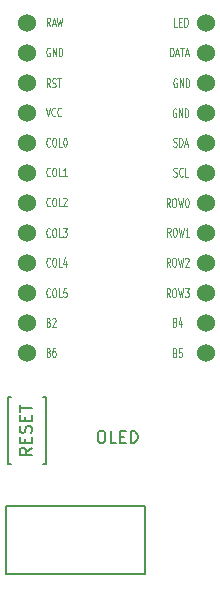
<source format=gto>
G04 #@! TF.GenerationSoftware,KiCad,Pcbnew,(7.0.0-0)*
G04 #@! TF.CreationDate,2023-04-28T12:14:34+03:00*
G04 #@! TF.ProjectId,chococorne,63686f63-6f63-46f7-926e-652e6b696361,2.1*
G04 #@! TF.SameCoordinates,Original*
G04 #@! TF.FileFunction,Legend,Top*
G04 #@! TF.FilePolarity,Positive*
%FSLAX46Y46*%
G04 Gerber Fmt 4.6, Leading zero omitted, Abs format (unit mm)*
G04 Created by KiCad (PCBNEW (7.0.0-0)) date 2023-04-28 12:14:34*
%MOMM*%
%LPD*%
G01*
G04 APERTURE LIST*
%ADD10C,0.150000*%
%ADD11C,0.125000*%
%ADD12C,1.524000*%
G04 APERTURE END LIST*
D10*
X151059880Y-96912381D02*
X150583690Y-97245714D01*
X151059880Y-97483809D02*
X150059880Y-97483809D01*
X150059880Y-97483809D02*
X150059880Y-97102857D01*
X150059880Y-97102857D02*
X150107500Y-97007619D01*
X150107500Y-97007619D02*
X150155119Y-96960000D01*
X150155119Y-96960000D02*
X150250357Y-96912381D01*
X150250357Y-96912381D02*
X150393214Y-96912381D01*
X150393214Y-96912381D02*
X150488452Y-96960000D01*
X150488452Y-96960000D02*
X150536071Y-97007619D01*
X150536071Y-97007619D02*
X150583690Y-97102857D01*
X150583690Y-97102857D02*
X150583690Y-97483809D01*
X150536071Y-96483809D02*
X150536071Y-96150476D01*
X151059880Y-96007619D02*
X151059880Y-96483809D01*
X151059880Y-96483809D02*
X150059880Y-96483809D01*
X150059880Y-96483809D02*
X150059880Y-96007619D01*
X151012261Y-95626666D02*
X151059880Y-95483809D01*
X151059880Y-95483809D02*
X151059880Y-95245714D01*
X151059880Y-95245714D02*
X151012261Y-95150476D01*
X151012261Y-95150476D02*
X150964642Y-95102857D01*
X150964642Y-95102857D02*
X150869404Y-95055238D01*
X150869404Y-95055238D02*
X150774166Y-95055238D01*
X150774166Y-95055238D02*
X150678928Y-95102857D01*
X150678928Y-95102857D02*
X150631309Y-95150476D01*
X150631309Y-95150476D02*
X150583690Y-95245714D01*
X150583690Y-95245714D02*
X150536071Y-95436190D01*
X150536071Y-95436190D02*
X150488452Y-95531428D01*
X150488452Y-95531428D02*
X150440833Y-95579047D01*
X150440833Y-95579047D02*
X150345595Y-95626666D01*
X150345595Y-95626666D02*
X150250357Y-95626666D01*
X150250357Y-95626666D02*
X150155119Y-95579047D01*
X150155119Y-95579047D02*
X150107500Y-95531428D01*
X150107500Y-95531428D02*
X150059880Y-95436190D01*
X150059880Y-95436190D02*
X150059880Y-95198095D01*
X150059880Y-95198095D02*
X150107500Y-95055238D01*
X150536071Y-94626666D02*
X150536071Y-94293333D01*
X151059880Y-94150476D02*
X151059880Y-94626666D01*
X151059880Y-94626666D02*
X150059880Y-94626666D01*
X150059880Y-94626666D02*
X150059880Y-94150476D01*
X150059880Y-93864761D02*
X150059880Y-93293333D01*
X151059880Y-93579047D02*
X150059880Y-93579047D01*
X156895119Y-95477380D02*
X157085595Y-95477380D01*
X157085595Y-95477380D02*
X157180833Y-95525000D01*
X157180833Y-95525000D02*
X157276071Y-95620238D01*
X157276071Y-95620238D02*
X157323690Y-95810714D01*
X157323690Y-95810714D02*
X157323690Y-96144047D01*
X157323690Y-96144047D02*
X157276071Y-96334523D01*
X157276071Y-96334523D02*
X157180833Y-96429761D01*
X157180833Y-96429761D02*
X157085595Y-96477380D01*
X157085595Y-96477380D02*
X156895119Y-96477380D01*
X156895119Y-96477380D02*
X156799881Y-96429761D01*
X156799881Y-96429761D02*
X156704643Y-96334523D01*
X156704643Y-96334523D02*
X156657024Y-96144047D01*
X156657024Y-96144047D02*
X156657024Y-95810714D01*
X156657024Y-95810714D02*
X156704643Y-95620238D01*
X156704643Y-95620238D02*
X156799881Y-95525000D01*
X156799881Y-95525000D02*
X156895119Y-95477380D01*
X158228452Y-96477380D02*
X157752262Y-96477380D01*
X157752262Y-96477380D02*
X157752262Y-95477380D01*
X158561786Y-95953571D02*
X158895119Y-95953571D01*
X159037976Y-96477380D02*
X158561786Y-96477380D01*
X158561786Y-96477380D02*
X158561786Y-95477380D01*
X158561786Y-95477380D02*
X159037976Y-95477380D01*
X159466548Y-96477380D02*
X159466548Y-95477380D01*
X159466548Y-95477380D02*
X159704643Y-95477380D01*
X159704643Y-95477380D02*
X159847500Y-95525000D01*
X159847500Y-95525000D02*
X159942738Y-95620238D01*
X159942738Y-95620238D02*
X159990357Y-95715476D01*
X159990357Y-95715476D02*
X160037976Y-95905952D01*
X160037976Y-95905952D02*
X160037976Y-96048809D01*
X160037976Y-96048809D02*
X159990357Y-96239285D01*
X159990357Y-96239285D02*
X159942738Y-96334523D01*
X159942738Y-96334523D02*
X159847500Y-96429761D01*
X159847500Y-96429761D02*
X159704643Y-96477380D01*
X159704643Y-96477380D02*
X159466548Y-96477380D01*
D11*
X163210119Y-86244678D02*
X163281547Y-86280392D01*
X163281547Y-86280392D02*
X163305357Y-86316107D01*
X163305357Y-86316107D02*
X163329166Y-86387535D01*
X163329166Y-86387535D02*
X163329166Y-86494678D01*
X163329166Y-86494678D02*
X163305357Y-86566107D01*
X163305357Y-86566107D02*
X163281547Y-86601821D01*
X163281547Y-86601821D02*
X163233928Y-86637535D01*
X163233928Y-86637535D02*
X163043452Y-86637535D01*
X163043452Y-86637535D02*
X163043452Y-85887535D01*
X163043452Y-85887535D02*
X163210119Y-85887535D01*
X163210119Y-85887535D02*
X163257738Y-85923250D01*
X163257738Y-85923250D02*
X163281547Y-85958964D01*
X163281547Y-85958964D02*
X163305357Y-86030392D01*
X163305357Y-86030392D02*
X163305357Y-86101821D01*
X163305357Y-86101821D02*
X163281547Y-86173250D01*
X163281547Y-86173250D02*
X163257738Y-86208964D01*
X163257738Y-86208964D02*
X163210119Y-86244678D01*
X163210119Y-86244678D02*
X163043452Y-86244678D01*
X163757738Y-86137535D02*
X163757738Y-86637535D01*
X163638690Y-85851821D02*
X163519643Y-86387535D01*
X163519643Y-86387535D02*
X163829166Y-86387535D01*
X163356047Y-65666750D02*
X163308428Y-65631035D01*
X163308428Y-65631035D02*
X163236999Y-65631035D01*
X163236999Y-65631035D02*
X163165571Y-65666750D01*
X163165571Y-65666750D02*
X163117952Y-65738178D01*
X163117952Y-65738178D02*
X163094142Y-65809607D01*
X163094142Y-65809607D02*
X163070333Y-65952464D01*
X163070333Y-65952464D02*
X163070333Y-66059607D01*
X163070333Y-66059607D02*
X163094142Y-66202464D01*
X163094142Y-66202464D02*
X163117952Y-66273892D01*
X163117952Y-66273892D02*
X163165571Y-66345321D01*
X163165571Y-66345321D02*
X163236999Y-66381035D01*
X163236999Y-66381035D02*
X163284618Y-66381035D01*
X163284618Y-66381035D02*
X163356047Y-66345321D01*
X163356047Y-66345321D02*
X163379856Y-66309607D01*
X163379856Y-66309607D02*
X163379856Y-66059607D01*
X163379856Y-66059607D02*
X163284618Y-66059607D01*
X163594142Y-66381035D02*
X163594142Y-65631035D01*
X163594142Y-65631035D02*
X163879856Y-66381035D01*
X163879856Y-66381035D02*
X163879856Y-65631035D01*
X164117952Y-66381035D02*
X164117952Y-65631035D01*
X164117952Y-65631035D02*
X164237000Y-65631035D01*
X164237000Y-65631035D02*
X164308428Y-65666750D01*
X164308428Y-65666750D02*
X164356047Y-65738178D01*
X164356047Y-65738178D02*
X164379857Y-65809607D01*
X164379857Y-65809607D02*
X164403666Y-65952464D01*
X164403666Y-65952464D02*
X164403666Y-66059607D01*
X164403666Y-66059607D02*
X164379857Y-66202464D01*
X164379857Y-66202464D02*
X164356047Y-66273892D01*
X164356047Y-66273892D02*
X164308428Y-66345321D01*
X164308428Y-66345321D02*
X164237000Y-66381035D01*
X164237000Y-66381035D02*
X164117952Y-66381035D01*
X152603452Y-63061250D02*
X152555833Y-63025535D01*
X152555833Y-63025535D02*
X152484404Y-63025535D01*
X152484404Y-63025535D02*
X152412976Y-63061250D01*
X152412976Y-63061250D02*
X152365357Y-63132678D01*
X152365357Y-63132678D02*
X152341547Y-63204107D01*
X152341547Y-63204107D02*
X152317738Y-63346964D01*
X152317738Y-63346964D02*
X152317738Y-63454107D01*
X152317738Y-63454107D02*
X152341547Y-63596964D01*
X152341547Y-63596964D02*
X152365357Y-63668392D01*
X152365357Y-63668392D02*
X152412976Y-63739821D01*
X152412976Y-63739821D02*
X152484404Y-63775535D01*
X152484404Y-63775535D02*
X152532023Y-63775535D01*
X152532023Y-63775535D02*
X152603452Y-63739821D01*
X152603452Y-63739821D02*
X152627261Y-63704107D01*
X152627261Y-63704107D02*
X152627261Y-63454107D01*
X152627261Y-63454107D02*
X152532023Y-63454107D01*
X152841547Y-63775535D02*
X152841547Y-63025535D01*
X152841547Y-63025535D02*
X153127261Y-63775535D01*
X153127261Y-63775535D02*
X153127261Y-63025535D01*
X153365357Y-63775535D02*
X153365357Y-63025535D01*
X153365357Y-63025535D02*
X153484405Y-63025535D01*
X153484405Y-63025535D02*
X153555833Y-63061250D01*
X153555833Y-63061250D02*
X153603452Y-63132678D01*
X153603452Y-63132678D02*
X153627262Y-63204107D01*
X153627262Y-63204107D02*
X153651071Y-63346964D01*
X153651071Y-63346964D02*
X153651071Y-63454107D01*
X153651071Y-63454107D02*
X153627262Y-63596964D01*
X153627262Y-63596964D02*
X153603452Y-63668392D01*
X153603452Y-63668392D02*
X153555833Y-63739821D01*
X153555833Y-63739821D02*
X153484405Y-63775535D01*
X153484405Y-63775535D02*
X153365357Y-63775535D01*
X163210119Y-88848178D02*
X163281547Y-88883892D01*
X163281547Y-88883892D02*
X163305357Y-88919607D01*
X163305357Y-88919607D02*
X163329166Y-88991035D01*
X163329166Y-88991035D02*
X163329166Y-89098178D01*
X163329166Y-89098178D02*
X163305357Y-89169607D01*
X163305357Y-89169607D02*
X163281547Y-89205321D01*
X163281547Y-89205321D02*
X163233928Y-89241035D01*
X163233928Y-89241035D02*
X163043452Y-89241035D01*
X163043452Y-89241035D02*
X163043452Y-88491035D01*
X163043452Y-88491035D02*
X163210119Y-88491035D01*
X163210119Y-88491035D02*
X163257738Y-88526750D01*
X163257738Y-88526750D02*
X163281547Y-88562464D01*
X163281547Y-88562464D02*
X163305357Y-88633892D01*
X163305357Y-88633892D02*
X163305357Y-88705321D01*
X163305357Y-88705321D02*
X163281547Y-88776750D01*
X163281547Y-88776750D02*
X163257738Y-88812464D01*
X163257738Y-88812464D02*
X163210119Y-88848178D01*
X163210119Y-88848178D02*
X163043452Y-88848178D01*
X163781547Y-88491035D02*
X163543452Y-88491035D01*
X163543452Y-88491035D02*
X163519643Y-88848178D01*
X163519643Y-88848178D02*
X163543452Y-88812464D01*
X163543452Y-88812464D02*
X163591071Y-88776750D01*
X163591071Y-88776750D02*
X163710119Y-88776750D01*
X163710119Y-88776750D02*
X163757738Y-88812464D01*
X163757738Y-88812464D02*
X163781547Y-88848178D01*
X163781547Y-88848178D02*
X163805357Y-88919607D01*
X163805357Y-88919607D02*
X163805357Y-89098178D01*
X163805357Y-89098178D02*
X163781547Y-89169607D01*
X163781547Y-89169607D02*
X163757738Y-89205321D01*
X163757738Y-89205321D02*
X163710119Y-89241035D01*
X163710119Y-89241035D02*
X163591071Y-89241035D01*
X163591071Y-89241035D02*
X163543452Y-89205321D01*
X163543452Y-89205321D02*
X163519643Y-89169607D01*
X152627261Y-76404107D02*
X152603452Y-76439821D01*
X152603452Y-76439821D02*
X152532023Y-76475535D01*
X152532023Y-76475535D02*
X152484404Y-76475535D01*
X152484404Y-76475535D02*
X152412976Y-76439821D01*
X152412976Y-76439821D02*
X152365357Y-76368392D01*
X152365357Y-76368392D02*
X152341547Y-76296964D01*
X152341547Y-76296964D02*
X152317738Y-76154107D01*
X152317738Y-76154107D02*
X152317738Y-76046964D01*
X152317738Y-76046964D02*
X152341547Y-75904107D01*
X152341547Y-75904107D02*
X152365357Y-75832678D01*
X152365357Y-75832678D02*
X152412976Y-75761250D01*
X152412976Y-75761250D02*
X152484404Y-75725535D01*
X152484404Y-75725535D02*
X152532023Y-75725535D01*
X152532023Y-75725535D02*
X152603452Y-75761250D01*
X152603452Y-75761250D02*
X152627261Y-75796964D01*
X152936785Y-75725535D02*
X153032023Y-75725535D01*
X153032023Y-75725535D02*
X153079642Y-75761250D01*
X153079642Y-75761250D02*
X153127261Y-75832678D01*
X153127261Y-75832678D02*
X153151071Y-75975535D01*
X153151071Y-75975535D02*
X153151071Y-76225535D01*
X153151071Y-76225535D02*
X153127261Y-76368392D01*
X153127261Y-76368392D02*
X153079642Y-76439821D01*
X153079642Y-76439821D02*
X153032023Y-76475535D01*
X153032023Y-76475535D02*
X152936785Y-76475535D01*
X152936785Y-76475535D02*
X152889166Y-76439821D01*
X152889166Y-76439821D02*
X152841547Y-76368392D01*
X152841547Y-76368392D02*
X152817738Y-76225535D01*
X152817738Y-76225535D02*
X152817738Y-75975535D01*
X152817738Y-75975535D02*
X152841547Y-75832678D01*
X152841547Y-75832678D02*
X152889166Y-75761250D01*
X152889166Y-75761250D02*
X152936785Y-75725535D01*
X153603452Y-76475535D02*
X153365357Y-76475535D01*
X153365357Y-76475535D02*
X153365357Y-75725535D01*
X153746310Y-75796964D02*
X153770119Y-75761250D01*
X153770119Y-75761250D02*
X153817738Y-75725535D01*
X153817738Y-75725535D02*
X153936786Y-75725535D01*
X153936786Y-75725535D02*
X153984405Y-75761250D01*
X153984405Y-75761250D02*
X154008214Y-75796964D01*
X154008214Y-75796964D02*
X154032024Y-75868392D01*
X154032024Y-75868392D02*
X154032024Y-75939821D01*
X154032024Y-75939821D02*
X154008214Y-76046964D01*
X154008214Y-76046964D02*
X153722500Y-76475535D01*
X153722500Y-76475535D02*
X154032024Y-76475535D01*
X152508214Y-88820678D02*
X152579642Y-88856392D01*
X152579642Y-88856392D02*
X152603452Y-88892107D01*
X152603452Y-88892107D02*
X152627261Y-88963535D01*
X152627261Y-88963535D02*
X152627261Y-89070678D01*
X152627261Y-89070678D02*
X152603452Y-89142107D01*
X152603452Y-89142107D02*
X152579642Y-89177821D01*
X152579642Y-89177821D02*
X152532023Y-89213535D01*
X152532023Y-89213535D02*
X152341547Y-89213535D01*
X152341547Y-89213535D02*
X152341547Y-88463535D01*
X152341547Y-88463535D02*
X152508214Y-88463535D01*
X152508214Y-88463535D02*
X152555833Y-88499250D01*
X152555833Y-88499250D02*
X152579642Y-88534964D01*
X152579642Y-88534964D02*
X152603452Y-88606392D01*
X152603452Y-88606392D02*
X152603452Y-88677821D01*
X152603452Y-88677821D02*
X152579642Y-88749250D01*
X152579642Y-88749250D02*
X152555833Y-88784964D01*
X152555833Y-88784964D02*
X152508214Y-88820678D01*
X152508214Y-88820678D02*
X152341547Y-88820678D01*
X153055833Y-88463535D02*
X152960595Y-88463535D01*
X152960595Y-88463535D02*
X152912976Y-88499250D01*
X152912976Y-88499250D02*
X152889166Y-88534964D01*
X152889166Y-88534964D02*
X152841547Y-88642107D01*
X152841547Y-88642107D02*
X152817738Y-88784964D01*
X152817738Y-88784964D02*
X152817738Y-89070678D01*
X152817738Y-89070678D02*
X152841547Y-89142107D01*
X152841547Y-89142107D02*
X152865357Y-89177821D01*
X152865357Y-89177821D02*
X152912976Y-89213535D01*
X152912976Y-89213535D02*
X153008214Y-89213535D01*
X153008214Y-89213535D02*
X153055833Y-89177821D01*
X153055833Y-89177821D02*
X153079642Y-89142107D01*
X153079642Y-89142107D02*
X153103452Y-89070678D01*
X153103452Y-89070678D02*
X153103452Y-88892107D01*
X153103452Y-88892107D02*
X153079642Y-88820678D01*
X153079642Y-88820678D02*
X153055833Y-88784964D01*
X153055833Y-88784964D02*
X153008214Y-88749250D01*
X153008214Y-88749250D02*
X152912976Y-88749250D01*
X152912976Y-88749250D02*
X152865357Y-88784964D01*
X152865357Y-88784964D02*
X152841547Y-88820678D01*
X152841547Y-88820678D02*
X152817738Y-88892107D01*
X152627261Y-71342107D02*
X152603452Y-71377821D01*
X152603452Y-71377821D02*
X152532023Y-71413535D01*
X152532023Y-71413535D02*
X152484404Y-71413535D01*
X152484404Y-71413535D02*
X152412976Y-71377821D01*
X152412976Y-71377821D02*
X152365357Y-71306392D01*
X152365357Y-71306392D02*
X152341547Y-71234964D01*
X152341547Y-71234964D02*
X152317738Y-71092107D01*
X152317738Y-71092107D02*
X152317738Y-70984964D01*
X152317738Y-70984964D02*
X152341547Y-70842107D01*
X152341547Y-70842107D02*
X152365357Y-70770678D01*
X152365357Y-70770678D02*
X152412976Y-70699250D01*
X152412976Y-70699250D02*
X152484404Y-70663535D01*
X152484404Y-70663535D02*
X152532023Y-70663535D01*
X152532023Y-70663535D02*
X152603452Y-70699250D01*
X152603452Y-70699250D02*
X152627261Y-70734964D01*
X152936785Y-70663535D02*
X153032023Y-70663535D01*
X153032023Y-70663535D02*
X153079642Y-70699250D01*
X153079642Y-70699250D02*
X153127261Y-70770678D01*
X153127261Y-70770678D02*
X153151071Y-70913535D01*
X153151071Y-70913535D02*
X153151071Y-71163535D01*
X153151071Y-71163535D02*
X153127261Y-71306392D01*
X153127261Y-71306392D02*
X153079642Y-71377821D01*
X153079642Y-71377821D02*
X153032023Y-71413535D01*
X153032023Y-71413535D02*
X152936785Y-71413535D01*
X152936785Y-71413535D02*
X152889166Y-71377821D01*
X152889166Y-71377821D02*
X152841547Y-71306392D01*
X152841547Y-71306392D02*
X152817738Y-71163535D01*
X152817738Y-71163535D02*
X152817738Y-70913535D01*
X152817738Y-70913535D02*
X152841547Y-70770678D01*
X152841547Y-70770678D02*
X152889166Y-70699250D01*
X152889166Y-70699250D02*
X152936785Y-70663535D01*
X153603452Y-71413535D02*
X153365357Y-71413535D01*
X153365357Y-71413535D02*
X153365357Y-70663535D01*
X153865357Y-70663535D02*
X153912976Y-70663535D01*
X153912976Y-70663535D02*
X153960595Y-70699250D01*
X153960595Y-70699250D02*
X153984405Y-70734964D01*
X153984405Y-70734964D02*
X154008214Y-70806392D01*
X154008214Y-70806392D02*
X154032024Y-70949250D01*
X154032024Y-70949250D02*
X154032024Y-71127821D01*
X154032024Y-71127821D02*
X154008214Y-71270678D01*
X154008214Y-71270678D02*
X153984405Y-71342107D01*
X153984405Y-71342107D02*
X153960595Y-71377821D01*
X153960595Y-71377821D02*
X153912976Y-71413535D01*
X153912976Y-71413535D02*
X153865357Y-71413535D01*
X153865357Y-71413535D02*
X153817738Y-71377821D01*
X153817738Y-71377821D02*
X153793929Y-71342107D01*
X153793929Y-71342107D02*
X153770119Y-71270678D01*
X153770119Y-71270678D02*
X153746310Y-71127821D01*
X153746310Y-71127821D02*
X153746310Y-70949250D01*
X153746310Y-70949250D02*
X153770119Y-70806392D01*
X153770119Y-70806392D02*
X153793929Y-70734964D01*
X153793929Y-70734964D02*
X153817738Y-70699250D01*
X153817738Y-70699250D02*
X153865357Y-70663535D01*
X152627261Y-66379035D02*
X152460595Y-66021892D01*
X152341547Y-66379035D02*
X152341547Y-65629035D01*
X152341547Y-65629035D02*
X152532023Y-65629035D01*
X152532023Y-65629035D02*
X152579642Y-65664750D01*
X152579642Y-65664750D02*
X152603452Y-65700464D01*
X152603452Y-65700464D02*
X152627261Y-65771892D01*
X152627261Y-65771892D02*
X152627261Y-65879035D01*
X152627261Y-65879035D02*
X152603452Y-65950464D01*
X152603452Y-65950464D02*
X152579642Y-65986178D01*
X152579642Y-65986178D02*
X152532023Y-66021892D01*
X152532023Y-66021892D02*
X152341547Y-66021892D01*
X152817738Y-66343321D02*
X152889166Y-66379035D01*
X152889166Y-66379035D02*
X153008214Y-66379035D01*
X153008214Y-66379035D02*
X153055833Y-66343321D01*
X153055833Y-66343321D02*
X153079642Y-66307607D01*
X153079642Y-66307607D02*
X153103452Y-66236178D01*
X153103452Y-66236178D02*
X153103452Y-66164750D01*
X153103452Y-66164750D02*
X153079642Y-66093321D01*
X153079642Y-66093321D02*
X153055833Y-66057607D01*
X153055833Y-66057607D02*
X153008214Y-66021892D01*
X153008214Y-66021892D02*
X152912976Y-65986178D01*
X152912976Y-65986178D02*
X152865357Y-65950464D01*
X152865357Y-65950464D02*
X152841547Y-65914750D01*
X152841547Y-65914750D02*
X152817738Y-65843321D01*
X152817738Y-65843321D02*
X152817738Y-65771892D01*
X152817738Y-65771892D02*
X152841547Y-65700464D01*
X152841547Y-65700464D02*
X152865357Y-65664750D01*
X152865357Y-65664750D02*
X152912976Y-65629035D01*
X152912976Y-65629035D02*
X153032023Y-65629035D01*
X153032023Y-65629035D02*
X153103452Y-65664750D01*
X153246309Y-65629035D02*
X153532023Y-65629035D01*
X153389166Y-66379035D02*
X153389166Y-65629035D01*
X152508214Y-86270678D02*
X152579642Y-86306392D01*
X152579642Y-86306392D02*
X152603452Y-86342107D01*
X152603452Y-86342107D02*
X152627261Y-86413535D01*
X152627261Y-86413535D02*
X152627261Y-86520678D01*
X152627261Y-86520678D02*
X152603452Y-86592107D01*
X152603452Y-86592107D02*
X152579642Y-86627821D01*
X152579642Y-86627821D02*
X152532023Y-86663535D01*
X152532023Y-86663535D02*
X152341547Y-86663535D01*
X152341547Y-86663535D02*
X152341547Y-85913535D01*
X152341547Y-85913535D02*
X152508214Y-85913535D01*
X152508214Y-85913535D02*
X152555833Y-85949250D01*
X152555833Y-85949250D02*
X152579642Y-85984964D01*
X152579642Y-85984964D02*
X152603452Y-86056392D01*
X152603452Y-86056392D02*
X152603452Y-86127821D01*
X152603452Y-86127821D02*
X152579642Y-86199250D01*
X152579642Y-86199250D02*
X152555833Y-86234964D01*
X152555833Y-86234964D02*
X152508214Y-86270678D01*
X152508214Y-86270678D02*
X152341547Y-86270678D01*
X152817738Y-85984964D02*
X152841547Y-85949250D01*
X152841547Y-85949250D02*
X152889166Y-85913535D01*
X152889166Y-85913535D02*
X153008214Y-85913535D01*
X153008214Y-85913535D02*
X153055833Y-85949250D01*
X153055833Y-85949250D02*
X153079642Y-85984964D01*
X153079642Y-85984964D02*
X153103452Y-86056392D01*
X153103452Y-86056392D02*
X153103452Y-86127821D01*
X153103452Y-86127821D02*
X153079642Y-86234964D01*
X153079642Y-86234964D02*
X152793928Y-86663535D01*
X152793928Y-86663535D02*
X153103452Y-86663535D01*
X163078262Y-73901821D02*
X163149690Y-73937535D01*
X163149690Y-73937535D02*
X163268738Y-73937535D01*
X163268738Y-73937535D02*
X163316357Y-73901821D01*
X163316357Y-73901821D02*
X163340166Y-73866107D01*
X163340166Y-73866107D02*
X163363976Y-73794678D01*
X163363976Y-73794678D02*
X163363976Y-73723250D01*
X163363976Y-73723250D02*
X163340166Y-73651821D01*
X163340166Y-73651821D02*
X163316357Y-73616107D01*
X163316357Y-73616107D02*
X163268738Y-73580392D01*
X163268738Y-73580392D02*
X163173500Y-73544678D01*
X163173500Y-73544678D02*
X163125881Y-73508964D01*
X163125881Y-73508964D02*
X163102071Y-73473250D01*
X163102071Y-73473250D02*
X163078262Y-73401821D01*
X163078262Y-73401821D02*
X163078262Y-73330392D01*
X163078262Y-73330392D02*
X163102071Y-73258964D01*
X163102071Y-73258964D02*
X163125881Y-73223250D01*
X163125881Y-73223250D02*
X163173500Y-73187535D01*
X163173500Y-73187535D02*
X163292547Y-73187535D01*
X163292547Y-73187535D02*
X163363976Y-73223250D01*
X163863975Y-73866107D02*
X163840166Y-73901821D01*
X163840166Y-73901821D02*
X163768737Y-73937535D01*
X163768737Y-73937535D02*
X163721118Y-73937535D01*
X163721118Y-73937535D02*
X163649690Y-73901821D01*
X163649690Y-73901821D02*
X163602071Y-73830392D01*
X163602071Y-73830392D02*
X163578261Y-73758964D01*
X163578261Y-73758964D02*
X163554452Y-73616107D01*
X163554452Y-73616107D02*
X163554452Y-73508964D01*
X163554452Y-73508964D02*
X163578261Y-73366107D01*
X163578261Y-73366107D02*
X163602071Y-73294678D01*
X163602071Y-73294678D02*
X163649690Y-73223250D01*
X163649690Y-73223250D02*
X163721118Y-73187535D01*
X163721118Y-73187535D02*
X163768737Y-73187535D01*
X163768737Y-73187535D02*
X163840166Y-73223250D01*
X163840166Y-73223250D02*
X163863975Y-73258964D01*
X164316356Y-73937535D02*
X164078261Y-73937535D01*
X164078261Y-73937535D02*
X164078261Y-73187535D01*
X163391071Y-61237535D02*
X163152976Y-61237535D01*
X163152976Y-61237535D02*
X163152976Y-60487535D01*
X163557738Y-60844678D02*
X163724405Y-60844678D01*
X163795833Y-61237535D02*
X163557738Y-61237535D01*
X163557738Y-61237535D02*
X163557738Y-60487535D01*
X163557738Y-60487535D02*
X163795833Y-60487535D01*
X164010119Y-61237535D02*
X164010119Y-60487535D01*
X164010119Y-60487535D02*
X164129167Y-60487535D01*
X164129167Y-60487535D02*
X164200595Y-60523250D01*
X164200595Y-60523250D02*
X164248214Y-60594678D01*
X164248214Y-60594678D02*
X164272024Y-60666107D01*
X164272024Y-60666107D02*
X164295833Y-60808964D01*
X164295833Y-60808964D02*
X164295833Y-60916107D01*
X164295833Y-60916107D02*
X164272024Y-61058964D01*
X164272024Y-61058964D02*
X164248214Y-61130392D01*
X164248214Y-61130392D02*
X164200595Y-61201821D01*
X164200595Y-61201821D02*
X164129167Y-61237535D01*
X164129167Y-61237535D02*
X164010119Y-61237535D01*
X162781547Y-81565535D02*
X162614881Y-81208392D01*
X162495833Y-81565535D02*
X162495833Y-80815535D01*
X162495833Y-80815535D02*
X162686309Y-80815535D01*
X162686309Y-80815535D02*
X162733928Y-80851250D01*
X162733928Y-80851250D02*
X162757738Y-80886964D01*
X162757738Y-80886964D02*
X162781547Y-80958392D01*
X162781547Y-80958392D02*
X162781547Y-81065535D01*
X162781547Y-81065535D02*
X162757738Y-81136964D01*
X162757738Y-81136964D02*
X162733928Y-81172678D01*
X162733928Y-81172678D02*
X162686309Y-81208392D01*
X162686309Y-81208392D02*
X162495833Y-81208392D01*
X163091071Y-80815535D02*
X163186309Y-80815535D01*
X163186309Y-80815535D02*
X163233928Y-80851250D01*
X163233928Y-80851250D02*
X163281547Y-80922678D01*
X163281547Y-80922678D02*
X163305357Y-81065535D01*
X163305357Y-81065535D02*
X163305357Y-81315535D01*
X163305357Y-81315535D02*
X163281547Y-81458392D01*
X163281547Y-81458392D02*
X163233928Y-81529821D01*
X163233928Y-81529821D02*
X163186309Y-81565535D01*
X163186309Y-81565535D02*
X163091071Y-81565535D01*
X163091071Y-81565535D02*
X163043452Y-81529821D01*
X163043452Y-81529821D02*
X162995833Y-81458392D01*
X162995833Y-81458392D02*
X162972024Y-81315535D01*
X162972024Y-81315535D02*
X162972024Y-81065535D01*
X162972024Y-81065535D02*
X162995833Y-80922678D01*
X162995833Y-80922678D02*
X163043452Y-80851250D01*
X163043452Y-80851250D02*
X163091071Y-80815535D01*
X163472024Y-80815535D02*
X163591072Y-81565535D01*
X163591072Y-81565535D02*
X163686310Y-81029821D01*
X163686310Y-81029821D02*
X163781548Y-81565535D01*
X163781548Y-81565535D02*
X163900596Y-80815535D01*
X164067263Y-80886964D02*
X164091072Y-80851250D01*
X164091072Y-80851250D02*
X164138691Y-80815535D01*
X164138691Y-80815535D02*
X164257739Y-80815535D01*
X164257739Y-80815535D02*
X164305358Y-80851250D01*
X164305358Y-80851250D02*
X164329167Y-80886964D01*
X164329167Y-80886964D02*
X164352977Y-80958392D01*
X164352977Y-80958392D02*
X164352977Y-81029821D01*
X164352977Y-81029821D02*
X164329167Y-81136964D01*
X164329167Y-81136964D02*
X164043453Y-81565535D01*
X164043453Y-81565535D02*
X164352977Y-81565535D01*
X152627261Y-61235535D02*
X152460595Y-60878392D01*
X152341547Y-61235535D02*
X152341547Y-60485535D01*
X152341547Y-60485535D02*
X152532023Y-60485535D01*
X152532023Y-60485535D02*
X152579642Y-60521250D01*
X152579642Y-60521250D02*
X152603452Y-60556964D01*
X152603452Y-60556964D02*
X152627261Y-60628392D01*
X152627261Y-60628392D02*
X152627261Y-60735535D01*
X152627261Y-60735535D02*
X152603452Y-60806964D01*
X152603452Y-60806964D02*
X152579642Y-60842678D01*
X152579642Y-60842678D02*
X152532023Y-60878392D01*
X152532023Y-60878392D02*
X152341547Y-60878392D01*
X152817738Y-61021250D02*
X153055833Y-61021250D01*
X152770119Y-61235535D02*
X152936785Y-60485535D01*
X152936785Y-60485535D02*
X153103452Y-61235535D01*
X153222499Y-60485535D02*
X153341547Y-61235535D01*
X153341547Y-61235535D02*
X153436785Y-60699821D01*
X153436785Y-60699821D02*
X153532023Y-61235535D01*
X153532023Y-61235535D02*
X153651071Y-60485535D01*
X162812500Y-63765535D02*
X162812500Y-63015535D01*
X162812500Y-63015535D02*
X162931548Y-63015535D01*
X162931548Y-63015535D02*
X163002976Y-63051250D01*
X163002976Y-63051250D02*
X163050595Y-63122678D01*
X163050595Y-63122678D02*
X163074405Y-63194107D01*
X163074405Y-63194107D02*
X163098214Y-63336964D01*
X163098214Y-63336964D02*
X163098214Y-63444107D01*
X163098214Y-63444107D02*
X163074405Y-63586964D01*
X163074405Y-63586964D02*
X163050595Y-63658392D01*
X163050595Y-63658392D02*
X163002976Y-63729821D01*
X163002976Y-63729821D02*
X162931548Y-63765535D01*
X162931548Y-63765535D02*
X162812500Y-63765535D01*
X163288691Y-63551250D02*
X163526786Y-63551250D01*
X163241072Y-63765535D02*
X163407738Y-63015535D01*
X163407738Y-63015535D02*
X163574405Y-63765535D01*
X163669643Y-63015535D02*
X163955357Y-63015535D01*
X163812500Y-63765535D02*
X163812500Y-63015535D01*
X164098214Y-63551250D02*
X164336309Y-63551250D01*
X164050595Y-63765535D02*
X164217261Y-63015535D01*
X164217261Y-63015535D02*
X164383928Y-63765535D01*
X162781547Y-76515535D02*
X162614881Y-76158392D01*
X162495833Y-76515535D02*
X162495833Y-75765535D01*
X162495833Y-75765535D02*
X162686309Y-75765535D01*
X162686309Y-75765535D02*
X162733928Y-75801250D01*
X162733928Y-75801250D02*
X162757738Y-75836964D01*
X162757738Y-75836964D02*
X162781547Y-75908392D01*
X162781547Y-75908392D02*
X162781547Y-76015535D01*
X162781547Y-76015535D02*
X162757738Y-76086964D01*
X162757738Y-76086964D02*
X162733928Y-76122678D01*
X162733928Y-76122678D02*
X162686309Y-76158392D01*
X162686309Y-76158392D02*
X162495833Y-76158392D01*
X163091071Y-75765535D02*
X163186309Y-75765535D01*
X163186309Y-75765535D02*
X163233928Y-75801250D01*
X163233928Y-75801250D02*
X163281547Y-75872678D01*
X163281547Y-75872678D02*
X163305357Y-76015535D01*
X163305357Y-76015535D02*
X163305357Y-76265535D01*
X163305357Y-76265535D02*
X163281547Y-76408392D01*
X163281547Y-76408392D02*
X163233928Y-76479821D01*
X163233928Y-76479821D02*
X163186309Y-76515535D01*
X163186309Y-76515535D02*
X163091071Y-76515535D01*
X163091071Y-76515535D02*
X163043452Y-76479821D01*
X163043452Y-76479821D02*
X162995833Y-76408392D01*
X162995833Y-76408392D02*
X162972024Y-76265535D01*
X162972024Y-76265535D02*
X162972024Y-76015535D01*
X162972024Y-76015535D02*
X162995833Y-75872678D01*
X162995833Y-75872678D02*
X163043452Y-75801250D01*
X163043452Y-75801250D02*
X163091071Y-75765535D01*
X163472024Y-75765535D02*
X163591072Y-76515535D01*
X163591072Y-76515535D02*
X163686310Y-75979821D01*
X163686310Y-75979821D02*
X163781548Y-76515535D01*
X163781548Y-76515535D02*
X163900596Y-75765535D01*
X164186310Y-75765535D02*
X164233929Y-75765535D01*
X164233929Y-75765535D02*
X164281548Y-75801250D01*
X164281548Y-75801250D02*
X164305358Y-75836964D01*
X164305358Y-75836964D02*
X164329167Y-75908392D01*
X164329167Y-75908392D02*
X164352977Y-76051250D01*
X164352977Y-76051250D02*
X164352977Y-76229821D01*
X164352977Y-76229821D02*
X164329167Y-76372678D01*
X164329167Y-76372678D02*
X164305358Y-76444107D01*
X164305358Y-76444107D02*
X164281548Y-76479821D01*
X164281548Y-76479821D02*
X164233929Y-76515535D01*
X164233929Y-76515535D02*
X164186310Y-76515535D01*
X164186310Y-76515535D02*
X164138691Y-76479821D01*
X164138691Y-76479821D02*
X164114882Y-76444107D01*
X164114882Y-76444107D02*
X164091072Y-76372678D01*
X164091072Y-76372678D02*
X164067263Y-76229821D01*
X164067263Y-76229821D02*
X164067263Y-76051250D01*
X164067263Y-76051250D02*
X164091072Y-75908392D01*
X164091072Y-75908392D02*
X164114882Y-75836964D01*
X164114882Y-75836964D02*
X164138691Y-75801250D01*
X164138691Y-75801250D02*
X164186310Y-75765535D01*
X163066358Y-71361821D02*
X163137786Y-71397535D01*
X163137786Y-71397535D02*
X163256834Y-71397535D01*
X163256834Y-71397535D02*
X163304453Y-71361821D01*
X163304453Y-71361821D02*
X163328262Y-71326107D01*
X163328262Y-71326107D02*
X163352072Y-71254678D01*
X163352072Y-71254678D02*
X163352072Y-71183250D01*
X163352072Y-71183250D02*
X163328262Y-71111821D01*
X163328262Y-71111821D02*
X163304453Y-71076107D01*
X163304453Y-71076107D02*
X163256834Y-71040392D01*
X163256834Y-71040392D02*
X163161596Y-71004678D01*
X163161596Y-71004678D02*
X163113977Y-70968964D01*
X163113977Y-70968964D02*
X163090167Y-70933250D01*
X163090167Y-70933250D02*
X163066358Y-70861821D01*
X163066358Y-70861821D02*
X163066358Y-70790392D01*
X163066358Y-70790392D02*
X163090167Y-70718964D01*
X163090167Y-70718964D02*
X163113977Y-70683250D01*
X163113977Y-70683250D02*
X163161596Y-70647535D01*
X163161596Y-70647535D02*
X163280643Y-70647535D01*
X163280643Y-70647535D02*
X163352072Y-70683250D01*
X163566357Y-71397535D02*
X163566357Y-70647535D01*
X163566357Y-70647535D02*
X163685405Y-70647535D01*
X163685405Y-70647535D02*
X163756833Y-70683250D01*
X163756833Y-70683250D02*
X163804452Y-70754678D01*
X163804452Y-70754678D02*
X163828262Y-70826107D01*
X163828262Y-70826107D02*
X163852071Y-70968964D01*
X163852071Y-70968964D02*
X163852071Y-71076107D01*
X163852071Y-71076107D02*
X163828262Y-71218964D01*
X163828262Y-71218964D02*
X163804452Y-71290392D01*
X163804452Y-71290392D02*
X163756833Y-71361821D01*
X163756833Y-71361821D02*
X163685405Y-71397535D01*
X163685405Y-71397535D02*
X163566357Y-71397535D01*
X164042548Y-71183250D02*
X164280643Y-71183250D01*
X163994929Y-71397535D02*
X164161595Y-70647535D01*
X164161595Y-70647535D02*
X164328262Y-71397535D01*
X152627261Y-84087607D02*
X152603452Y-84123321D01*
X152603452Y-84123321D02*
X152532023Y-84159035D01*
X152532023Y-84159035D02*
X152484404Y-84159035D01*
X152484404Y-84159035D02*
X152412976Y-84123321D01*
X152412976Y-84123321D02*
X152365357Y-84051892D01*
X152365357Y-84051892D02*
X152341547Y-83980464D01*
X152341547Y-83980464D02*
X152317738Y-83837607D01*
X152317738Y-83837607D02*
X152317738Y-83730464D01*
X152317738Y-83730464D02*
X152341547Y-83587607D01*
X152341547Y-83587607D02*
X152365357Y-83516178D01*
X152365357Y-83516178D02*
X152412976Y-83444750D01*
X152412976Y-83444750D02*
X152484404Y-83409035D01*
X152484404Y-83409035D02*
X152532023Y-83409035D01*
X152532023Y-83409035D02*
X152603452Y-83444750D01*
X152603452Y-83444750D02*
X152627261Y-83480464D01*
X152936785Y-83409035D02*
X153032023Y-83409035D01*
X153032023Y-83409035D02*
X153079642Y-83444750D01*
X153079642Y-83444750D02*
X153127261Y-83516178D01*
X153127261Y-83516178D02*
X153151071Y-83659035D01*
X153151071Y-83659035D02*
X153151071Y-83909035D01*
X153151071Y-83909035D02*
X153127261Y-84051892D01*
X153127261Y-84051892D02*
X153079642Y-84123321D01*
X153079642Y-84123321D02*
X153032023Y-84159035D01*
X153032023Y-84159035D02*
X152936785Y-84159035D01*
X152936785Y-84159035D02*
X152889166Y-84123321D01*
X152889166Y-84123321D02*
X152841547Y-84051892D01*
X152841547Y-84051892D02*
X152817738Y-83909035D01*
X152817738Y-83909035D02*
X152817738Y-83659035D01*
X152817738Y-83659035D02*
X152841547Y-83516178D01*
X152841547Y-83516178D02*
X152889166Y-83444750D01*
X152889166Y-83444750D02*
X152936785Y-83409035D01*
X153603452Y-84159035D02*
X153365357Y-84159035D01*
X153365357Y-84159035D02*
X153365357Y-83409035D01*
X154008214Y-83409035D02*
X153770119Y-83409035D01*
X153770119Y-83409035D02*
X153746310Y-83766178D01*
X153746310Y-83766178D02*
X153770119Y-83730464D01*
X153770119Y-83730464D02*
X153817738Y-83694750D01*
X153817738Y-83694750D02*
X153936786Y-83694750D01*
X153936786Y-83694750D02*
X153984405Y-83730464D01*
X153984405Y-83730464D02*
X154008214Y-83766178D01*
X154008214Y-83766178D02*
X154032024Y-83837607D01*
X154032024Y-83837607D02*
X154032024Y-84016178D01*
X154032024Y-84016178D02*
X154008214Y-84087607D01*
X154008214Y-84087607D02*
X153984405Y-84123321D01*
X153984405Y-84123321D02*
X153936786Y-84159035D01*
X153936786Y-84159035D02*
X153817738Y-84159035D01*
X153817738Y-84159035D02*
X153770119Y-84123321D01*
X153770119Y-84123321D02*
X153746310Y-84087607D01*
X162831547Y-79017535D02*
X162664881Y-78660392D01*
X162545833Y-79017535D02*
X162545833Y-78267535D01*
X162545833Y-78267535D02*
X162736309Y-78267535D01*
X162736309Y-78267535D02*
X162783928Y-78303250D01*
X162783928Y-78303250D02*
X162807738Y-78338964D01*
X162807738Y-78338964D02*
X162831547Y-78410392D01*
X162831547Y-78410392D02*
X162831547Y-78517535D01*
X162831547Y-78517535D02*
X162807738Y-78588964D01*
X162807738Y-78588964D02*
X162783928Y-78624678D01*
X162783928Y-78624678D02*
X162736309Y-78660392D01*
X162736309Y-78660392D02*
X162545833Y-78660392D01*
X163141071Y-78267535D02*
X163236309Y-78267535D01*
X163236309Y-78267535D02*
X163283928Y-78303250D01*
X163283928Y-78303250D02*
X163331547Y-78374678D01*
X163331547Y-78374678D02*
X163355357Y-78517535D01*
X163355357Y-78517535D02*
X163355357Y-78767535D01*
X163355357Y-78767535D02*
X163331547Y-78910392D01*
X163331547Y-78910392D02*
X163283928Y-78981821D01*
X163283928Y-78981821D02*
X163236309Y-79017535D01*
X163236309Y-79017535D02*
X163141071Y-79017535D01*
X163141071Y-79017535D02*
X163093452Y-78981821D01*
X163093452Y-78981821D02*
X163045833Y-78910392D01*
X163045833Y-78910392D02*
X163022024Y-78767535D01*
X163022024Y-78767535D02*
X163022024Y-78517535D01*
X163022024Y-78517535D02*
X163045833Y-78374678D01*
X163045833Y-78374678D02*
X163093452Y-78303250D01*
X163093452Y-78303250D02*
X163141071Y-78267535D01*
X163522024Y-78267535D02*
X163641072Y-79017535D01*
X163641072Y-79017535D02*
X163736310Y-78481821D01*
X163736310Y-78481821D02*
X163831548Y-79017535D01*
X163831548Y-79017535D02*
X163950596Y-78267535D01*
X164402977Y-79017535D02*
X164117263Y-79017535D01*
X164260120Y-79017535D02*
X164260120Y-78267535D01*
X164260120Y-78267535D02*
X164212501Y-78374678D01*
X164212501Y-78374678D02*
X164164882Y-78446107D01*
X164164882Y-78446107D02*
X164117263Y-78481821D01*
X152627261Y-78992107D02*
X152603452Y-79027821D01*
X152603452Y-79027821D02*
X152532023Y-79063535D01*
X152532023Y-79063535D02*
X152484404Y-79063535D01*
X152484404Y-79063535D02*
X152412976Y-79027821D01*
X152412976Y-79027821D02*
X152365357Y-78956392D01*
X152365357Y-78956392D02*
X152341547Y-78884964D01*
X152341547Y-78884964D02*
X152317738Y-78742107D01*
X152317738Y-78742107D02*
X152317738Y-78634964D01*
X152317738Y-78634964D02*
X152341547Y-78492107D01*
X152341547Y-78492107D02*
X152365357Y-78420678D01*
X152365357Y-78420678D02*
X152412976Y-78349250D01*
X152412976Y-78349250D02*
X152484404Y-78313535D01*
X152484404Y-78313535D02*
X152532023Y-78313535D01*
X152532023Y-78313535D02*
X152603452Y-78349250D01*
X152603452Y-78349250D02*
X152627261Y-78384964D01*
X152936785Y-78313535D02*
X153032023Y-78313535D01*
X153032023Y-78313535D02*
X153079642Y-78349250D01*
X153079642Y-78349250D02*
X153127261Y-78420678D01*
X153127261Y-78420678D02*
X153151071Y-78563535D01*
X153151071Y-78563535D02*
X153151071Y-78813535D01*
X153151071Y-78813535D02*
X153127261Y-78956392D01*
X153127261Y-78956392D02*
X153079642Y-79027821D01*
X153079642Y-79027821D02*
X153032023Y-79063535D01*
X153032023Y-79063535D02*
X152936785Y-79063535D01*
X152936785Y-79063535D02*
X152889166Y-79027821D01*
X152889166Y-79027821D02*
X152841547Y-78956392D01*
X152841547Y-78956392D02*
X152817738Y-78813535D01*
X152817738Y-78813535D02*
X152817738Y-78563535D01*
X152817738Y-78563535D02*
X152841547Y-78420678D01*
X152841547Y-78420678D02*
X152889166Y-78349250D01*
X152889166Y-78349250D02*
X152936785Y-78313535D01*
X153603452Y-79063535D02*
X153365357Y-79063535D01*
X153365357Y-79063535D02*
X153365357Y-78313535D01*
X153722500Y-78313535D02*
X154032024Y-78313535D01*
X154032024Y-78313535D02*
X153865357Y-78599250D01*
X153865357Y-78599250D02*
X153936786Y-78599250D01*
X153936786Y-78599250D02*
X153984405Y-78634964D01*
X153984405Y-78634964D02*
X154008214Y-78670678D01*
X154008214Y-78670678D02*
X154032024Y-78742107D01*
X154032024Y-78742107D02*
X154032024Y-78920678D01*
X154032024Y-78920678D02*
X154008214Y-78992107D01*
X154008214Y-78992107D02*
X153984405Y-79027821D01*
X153984405Y-79027821D02*
X153936786Y-79063535D01*
X153936786Y-79063535D02*
X153793929Y-79063535D01*
X153793929Y-79063535D02*
X153746310Y-79027821D01*
X153746310Y-79027821D02*
X153722500Y-78992107D01*
X152627261Y-81492107D02*
X152603452Y-81527821D01*
X152603452Y-81527821D02*
X152532023Y-81563535D01*
X152532023Y-81563535D02*
X152484404Y-81563535D01*
X152484404Y-81563535D02*
X152412976Y-81527821D01*
X152412976Y-81527821D02*
X152365357Y-81456392D01*
X152365357Y-81456392D02*
X152341547Y-81384964D01*
X152341547Y-81384964D02*
X152317738Y-81242107D01*
X152317738Y-81242107D02*
X152317738Y-81134964D01*
X152317738Y-81134964D02*
X152341547Y-80992107D01*
X152341547Y-80992107D02*
X152365357Y-80920678D01*
X152365357Y-80920678D02*
X152412976Y-80849250D01*
X152412976Y-80849250D02*
X152484404Y-80813535D01*
X152484404Y-80813535D02*
X152532023Y-80813535D01*
X152532023Y-80813535D02*
X152603452Y-80849250D01*
X152603452Y-80849250D02*
X152627261Y-80884964D01*
X152936785Y-80813535D02*
X153032023Y-80813535D01*
X153032023Y-80813535D02*
X153079642Y-80849250D01*
X153079642Y-80849250D02*
X153127261Y-80920678D01*
X153127261Y-80920678D02*
X153151071Y-81063535D01*
X153151071Y-81063535D02*
X153151071Y-81313535D01*
X153151071Y-81313535D02*
X153127261Y-81456392D01*
X153127261Y-81456392D02*
X153079642Y-81527821D01*
X153079642Y-81527821D02*
X153032023Y-81563535D01*
X153032023Y-81563535D02*
X152936785Y-81563535D01*
X152936785Y-81563535D02*
X152889166Y-81527821D01*
X152889166Y-81527821D02*
X152841547Y-81456392D01*
X152841547Y-81456392D02*
X152817738Y-81313535D01*
X152817738Y-81313535D02*
X152817738Y-81063535D01*
X152817738Y-81063535D02*
X152841547Y-80920678D01*
X152841547Y-80920678D02*
X152889166Y-80849250D01*
X152889166Y-80849250D02*
X152936785Y-80813535D01*
X153603452Y-81563535D02*
X153365357Y-81563535D01*
X153365357Y-81563535D02*
X153365357Y-80813535D01*
X153984405Y-81063535D02*
X153984405Y-81563535D01*
X153865357Y-80777821D02*
X153746310Y-81313535D01*
X153746310Y-81313535D02*
X154055833Y-81313535D01*
X152270119Y-68105535D02*
X152436785Y-68855535D01*
X152436785Y-68855535D02*
X152603452Y-68105535D01*
X153055832Y-68784107D02*
X153032023Y-68819821D01*
X153032023Y-68819821D02*
X152960594Y-68855535D01*
X152960594Y-68855535D02*
X152912975Y-68855535D01*
X152912975Y-68855535D02*
X152841547Y-68819821D01*
X152841547Y-68819821D02*
X152793928Y-68748392D01*
X152793928Y-68748392D02*
X152770118Y-68676964D01*
X152770118Y-68676964D02*
X152746309Y-68534107D01*
X152746309Y-68534107D02*
X152746309Y-68426964D01*
X152746309Y-68426964D02*
X152770118Y-68284107D01*
X152770118Y-68284107D02*
X152793928Y-68212678D01*
X152793928Y-68212678D02*
X152841547Y-68141250D01*
X152841547Y-68141250D02*
X152912975Y-68105535D01*
X152912975Y-68105535D02*
X152960594Y-68105535D01*
X152960594Y-68105535D02*
X153032023Y-68141250D01*
X153032023Y-68141250D02*
X153055832Y-68176964D01*
X153555832Y-68784107D02*
X153532023Y-68819821D01*
X153532023Y-68819821D02*
X153460594Y-68855535D01*
X153460594Y-68855535D02*
X153412975Y-68855535D01*
X153412975Y-68855535D02*
X153341547Y-68819821D01*
X153341547Y-68819821D02*
X153293928Y-68748392D01*
X153293928Y-68748392D02*
X153270118Y-68676964D01*
X153270118Y-68676964D02*
X153246309Y-68534107D01*
X153246309Y-68534107D02*
X153246309Y-68426964D01*
X153246309Y-68426964D02*
X153270118Y-68284107D01*
X153270118Y-68284107D02*
X153293928Y-68212678D01*
X153293928Y-68212678D02*
X153341547Y-68141250D01*
X153341547Y-68141250D02*
X153412975Y-68105535D01*
X153412975Y-68105535D02*
X153460594Y-68105535D01*
X153460594Y-68105535D02*
X153532023Y-68141250D01*
X153532023Y-68141250D02*
X153555832Y-68176964D01*
X163292547Y-68206750D02*
X163244928Y-68171035D01*
X163244928Y-68171035D02*
X163173499Y-68171035D01*
X163173499Y-68171035D02*
X163102071Y-68206750D01*
X163102071Y-68206750D02*
X163054452Y-68278178D01*
X163054452Y-68278178D02*
X163030642Y-68349607D01*
X163030642Y-68349607D02*
X163006833Y-68492464D01*
X163006833Y-68492464D02*
X163006833Y-68599607D01*
X163006833Y-68599607D02*
X163030642Y-68742464D01*
X163030642Y-68742464D02*
X163054452Y-68813892D01*
X163054452Y-68813892D02*
X163102071Y-68885321D01*
X163102071Y-68885321D02*
X163173499Y-68921035D01*
X163173499Y-68921035D02*
X163221118Y-68921035D01*
X163221118Y-68921035D02*
X163292547Y-68885321D01*
X163292547Y-68885321D02*
X163316356Y-68849607D01*
X163316356Y-68849607D02*
X163316356Y-68599607D01*
X163316356Y-68599607D02*
X163221118Y-68599607D01*
X163530642Y-68921035D02*
X163530642Y-68171035D01*
X163530642Y-68171035D02*
X163816356Y-68921035D01*
X163816356Y-68921035D02*
X163816356Y-68171035D01*
X164054452Y-68921035D02*
X164054452Y-68171035D01*
X164054452Y-68171035D02*
X164173500Y-68171035D01*
X164173500Y-68171035D02*
X164244928Y-68206750D01*
X164244928Y-68206750D02*
X164292547Y-68278178D01*
X164292547Y-68278178D02*
X164316357Y-68349607D01*
X164316357Y-68349607D02*
X164340166Y-68492464D01*
X164340166Y-68492464D02*
X164340166Y-68599607D01*
X164340166Y-68599607D02*
X164316357Y-68742464D01*
X164316357Y-68742464D02*
X164292547Y-68813892D01*
X164292547Y-68813892D02*
X164244928Y-68885321D01*
X164244928Y-68885321D02*
X164173500Y-68921035D01*
X164173500Y-68921035D02*
X164054452Y-68921035D01*
X162781547Y-84161035D02*
X162614881Y-83803892D01*
X162495833Y-84161035D02*
X162495833Y-83411035D01*
X162495833Y-83411035D02*
X162686309Y-83411035D01*
X162686309Y-83411035D02*
X162733928Y-83446750D01*
X162733928Y-83446750D02*
X162757738Y-83482464D01*
X162757738Y-83482464D02*
X162781547Y-83553892D01*
X162781547Y-83553892D02*
X162781547Y-83661035D01*
X162781547Y-83661035D02*
X162757738Y-83732464D01*
X162757738Y-83732464D02*
X162733928Y-83768178D01*
X162733928Y-83768178D02*
X162686309Y-83803892D01*
X162686309Y-83803892D02*
X162495833Y-83803892D01*
X163091071Y-83411035D02*
X163186309Y-83411035D01*
X163186309Y-83411035D02*
X163233928Y-83446750D01*
X163233928Y-83446750D02*
X163281547Y-83518178D01*
X163281547Y-83518178D02*
X163305357Y-83661035D01*
X163305357Y-83661035D02*
X163305357Y-83911035D01*
X163305357Y-83911035D02*
X163281547Y-84053892D01*
X163281547Y-84053892D02*
X163233928Y-84125321D01*
X163233928Y-84125321D02*
X163186309Y-84161035D01*
X163186309Y-84161035D02*
X163091071Y-84161035D01*
X163091071Y-84161035D02*
X163043452Y-84125321D01*
X163043452Y-84125321D02*
X162995833Y-84053892D01*
X162995833Y-84053892D02*
X162972024Y-83911035D01*
X162972024Y-83911035D02*
X162972024Y-83661035D01*
X162972024Y-83661035D02*
X162995833Y-83518178D01*
X162995833Y-83518178D02*
X163043452Y-83446750D01*
X163043452Y-83446750D02*
X163091071Y-83411035D01*
X163472024Y-83411035D02*
X163591072Y-84161035D01*
X163591072Y-84161035D02*
X163686310Y-83625321D01*
X163686310Y-83625321D02*
X163781548Y-84161035D01*
X163781548Y-84161035D02*
X163900596Y-83411035D01*
X164043453Y-83411035D02*
X164352977Y-83411035D01*
X164352977Y-83411035D02*
X164186310Y-83696750D01*
X164186310Y-83696750D02*
X164257739Y-83696750D01*
X164257739Y-83696750D02*
X164305358Y-83732464D01*
X164305358Y-83732464D02*
X164329167Y-83768178D01*
X164329167Y-83768178D02*
X164352977Y-83839607D01*
X164352977Y-83839607D02*
X164352977Y-84018178D01*
X164352977Y-84018178D02*
X164329167Y-84089607D01*
X164329167Y-84089607D02*
X164305358Y-84125321D01*
X164305358Y-84125321D02*
X164257739Y-84161035D01*
X164257739Y-84161035D02*
X164114882Y-84161035D01*
X164114882Y-84161035D02*
X164067263Y-84125321D01*
X164067263Y-84125321D02*
X164043453Y-84089607D01*
X152627261Y-73864107D02*
X152603452Y-73899821D01*
X152603452Y-73899821D02*
X152532023Y-73935535D01*
X152532023Y-73935535D02*
X152484404Y-73935535D01*
X152484404Y-73935535D02*
X152412976Y-73899821D01*
X152412976Y-73899821D02*
X152365357Y-73828392D01*
X152365357Y-73828392D02*
X152341547Y-73756964D01*
X152341547Y-73756964D02*
X152317738Y-73614107D01*
X152317738Y-73614107D02*
X152317738Y-73506964D01*
X152317738Y-73506964D02*
X152341547Y-73364107D01*
X152341547Y-73364107D02*
X152365357Y-73292678D01*
X152365357Y-73292678D02*
X152412976Y-73221250D01*
X152412976Y-73221250D02*
X152484404Y-73185535D01*
X152484404Y-73185535D02*
X152532023Y-73185535D01*
X152532023Y-73185535D02*
X152603452Y-73221250D01*
X152603452Y-73221250D02*
X152627261Y-73256964D01*
X152936785Y-73185535D02*
X153032023Y-73185535D01*
X153032023Y-73185535D02*
X153079642Y-73221250D01*
X153079642Y-73221250D02*
X153127261Y-73292678D01*
X153127261Y-73292678D02*
X153151071Y-73435535D01*
X153151071Y-73435535D02*
X153151071Y-73685535D01*
X153151071Y-73685535D02*
X153127261Y-73828392D01*
X153127261Y-73828392D02*
X153079642Y-73899821D01*
X153079642Y-73899821D02*
X153032023Y-73935535D01*
X153032023Y-73935535D02*
X152936785Y-73935535D01*
X152936785Y-73935535D02*
X152889166Y-73899821D01*
X152889166Y-73899821D02*
X152841547Y-73828392D01*
X152841547Y-73828392D02*
X152817738Y-73685535D01*
X152817738Y-73685535D02*
X152817738Y-73435535D01*
X152817738Y-73435535D02*
X152841547Y-73292678D01*
X152841547Y-73292678D02*
X152889166Y-73221250D01*
X152889166Y-73221250D02*
X152936785Y-73185535D01*
X153603452Y-73935535D02*
X153365357Y-73935535D01*
X153365357Y-73935535D02*
X153365357Y-73185535D01*
X154032024Y-73935535D02*
X153746310Y-73935535D01*
X153889167Y-73935535D02*
X153889167Y-73185535D01*
X153889167Y-73185535D02*
X153841548Y-73292678D01*
X153841548Y-73292678D02*
X153793929Y-73364107D01*
X153793929Y-73364107D02*
X153746310Y-73399821D01*
D10*
X149092500Y-98310000D02*
X149342500Y-98310000D01*
X152292500Y-98310000D02*
X152042500Y-98310000D01*
X149092500Y-92610000D02*
X149092500Y-98310000D01*
X149092500Y-92610000D02*
X149342500Y-92610000D01*
X152292500Y-92610000D02*
X152292500Y-98310000D01*
X152292500Y-92610000D02*
X152042500Y-92610000D01*
X160662500Y-101800000D02*
X160662500Y-107600000D01*
X148912500Y-101800000D02*
X160662500Y-101800000D01*
X160662500Y-107600000D02*
X148912500Y-107600000D01*
X148912500Y-107600000D02*
X148912500Y-101800000D01*
D12*
X150648900Y-60962000D03*
X150648900Y-63502000D03*
X150648900Y-66042000D03*
X150648900Y-68582000D03*
X150648900Y-71122000D03*
X150648900Y-73662000D03*
X150648900Y-76202000D03*
X150648900Y-78742000D03*
X150648900Y-81282000D03*
X150648900Y-83822000D03*
X150648900Y-86362000D03*
X150648900Y-88902000D03*
X165868900Y-88902000D03*
X165868900Y-86362000D03*
X165868900Y-83822000D03*
X165868900Y-81282000D03*
X165868900Y-78742000D03*
X165868900Y-76202000D03*
X165868900Y-73662000D03*
X165868900Y-71122000D03*
X165868900Y-68582000D03*
X165868900Y-66042000D03*
X165868900Y-63502000D03*
X165868900Y-60962000D03*
M02*

</source>
